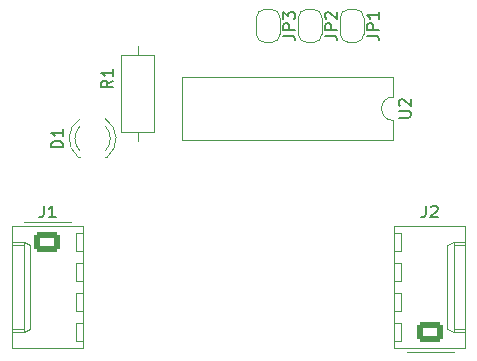
<source format=gto>
%TF.GenerationSoftware,KiCad,Pcbnew,7.0.7*%
%TF.CreationDate,2023-09-28T15:49:41-05:00*%
%TF.ProjectId,iowa-rover-kiosk-rfid,696f7761-2d72-46f7-9665-722d6b696f73,rev?*%
%TF.SameCoordinates,Original*%
%TF.FileFunction,Legend,Top*%
%TF.FilePolarity,Positive*%
%FSLAX46Y46*%
G04 Gerber Fmt 4.6, Leading zero omitted, Abs format (unit mm)*
G04 Created by KiCad (PCBNEW 7.0.7) date 2023-09-28 15:49:41*
%MOMM*%
%LPD*%
G01*
G04 APERTURE LIST*
G04 Aperture macros list*
%AMRoundRect*
0 Rectangle with rounded corners*
0 $1 Rounding radius*
0 $2 $3 $4 $5 $6 $7 $8 $9 X,Y pos of 4 corners*
0 Add a 4 corners polygon primitive as box body*
4,1,4,$2,$3,$4,$5,$6,$7,$8,$9,$2,$3,0*
0 Add four circle primitives for the rounded corners*
1,1,$1+$1,$2,$3*
1,1,$1+$1,$4,$5*
1,1,$1+$1,$6,$7*
1,1,$1+$1,$8,$9*
0 Add four rect primitives between the rounded corners*
20,1,$1+$1,$2,$3,$4,$5,0*
20,1,$1+$1,$4,$5,$6,$7,0*
20,1,$1+$1,$6,$7,$8,$9,0*
20,1,$1+$1,$8,$9,$2,$3,0*%
%AMFreePoly0*
4,1,19,0.500000,-0.750000,0.000000,-0.750000,0.000000,-0.744911,-0.071157,-0.744911,-0.207708,-0.704816,-0.327430,-0.627875,-0.420627,-0.520320,-0.479746,-0.390866,-0.500000,-0.250000,-0.500000,0.250000,-0.479746,0.390866,-0.420627,0.520320,-0.327430,0.627875,-0.207708,0.704816,-0.071157,0.744911,0.000000,0.744911,0.000000,0.750000,0.500000,0.750000,0.500000,-0.750000,0.500000,-0.750000,
$1*%
%AMFreePoly1*
4,1,19,0.000000,0.744911,0.071157,0.744911,0.207708,0.704816,0.327430,0.627875,0.420627,0.520320,0.479746,0.390866,0.500000,0.250000,0.500000,-0.250000,0.479746,-0.390866,0.420627,-0.520320,0.327430,-0.627875,0.207708,-0.704816,0.071157,-0.744911,0.000000,-0.744911,0.000000,-0.750000,-0.500000,-0.750000,-0.500000,0.750000,0.000000,0.750000,0.000000,0.744911,0.000000,0.744911,
$1*%
G04 Aperture macros list end*
%ADD10C,0.150000*%
%ADD11C,0.120000*%
%ADD12C,2.500000*%
%ADD13RoundRect,0.250000X-0.845000X0.620000X-0.845000X-0.620000X0.845000X-0.620000X0.845000X0.620000X0*%
%ADD14O,2.190000X1.740000*%
%ADD15C,1.524000*%
%ADD16FreePoly0,270.000000*%
%ADD17FreePoly1,270.000000*%
%ADD18C,1.600000*%
%ADD19O,1.600000X1.600000*%
%ADD20R,1.800000X1.800000*%
%ADD21C,1.800000*%
%ADD22RoundRect,0.250000X0.845000X-0.620000X0.845000X0.620000X-0.845000X0.620000X-0.845000X-0.620000X0*%
%ADD23R,1.600000X1.600000*%
G04 APERTURE END LIST*
D10*
X102536666Y-47579819D02*
X102536666Y-48294104D01*
X102536666Y-48294104D02*
X102489047Y-48436961D01*
X102489047Y-48436961D02*
X102393809Y-48532200D01*
X102393809Y-48532200D02*
X102250952Y-48579819D01*
X102250952Y-48579819D02*
X102155714Y-48579819D01*
X103536666Y-48579819D02*
X102965238Y-48579819D01*
X103250952Y-48579819D02*
X103250952Y-47579819D01*
X103250952Y-47579819D02*
X103155714Y-47722676D01*
X103155714Y-47722676D02*
X103060476Y-47817914D01*
X103060476Y-47817914D02*
X102965238Y-47865533D01*
X122799819Y-33203333D02*
X123514104Y-33203333D01*
X123514104Y-33203333D02*
X123656961Y-33250952D01*
X123656961Y-33250952D02*
X123752200Y-33346190D01*
X123752200Y-33346190D02*
X123799819Y-33489047D01*
X123799819Y-33489047D02*
X123799819Y-33584285D01*
X123799819Y-32727142D02*
X122799819Y-32727142D01*
X122799819Y-32727142D02*
X122799819Y-32346190D01*
X122799819Y-32346190D02*
X122847438Y-32250952D01*
X122847438Y-32250952D02*
X122895057Y-32203333D01*
X122895057Y-32203333D02*
X122990295Y-32155714D01*
X122990295Y-32155714D02*
X123133152Y-32155714D01*
X123133152Y-32155714D02*
X123228390Y-32203333D01*
X123228390Y-32203333D02*
X123276009Y-32250952D01*
X123276009Y-32250952D02*
X123323628Y-32346190D01*
X123323628Y-32346190D02*
X123323628Y-32727142D01*
X122799819Y-31822380D02*
X122799819Y-31203333D01*
X122799819Y-31203333D02*
X123180771Y-31536666D01*
X123180771Y-31536666D02*
X123180771Y-31393809D01*
X123180771Y-31393809D02*
X123228390Y-31298571D01*
X123228390Y-31298571D02*
X123276009Y-31250952D01*
X123276009Y-31250952D02*
X123371247Y-31203333D01*
X123371247Y-31203333D02*
X123609342Y-31203333D01*
X123609342Y-31203333D02*
X123704580Y-31250952D01*
X123704580Y-31250952D02*
X123752200Y-31298571D01*
X123752200Y-31298571D02*
X123799819Y-31393809D01*
X123799819Y-31393809D02*
X123799819Y-31679523D01*
X123799819Y-31679523D02*
X123752200Y-31774761D01*
X123752200Y-31774761D02*
X123704580Y-31822380D01*
X108404819Y-36996666D02*
X107928628Y-37329999D01*
X108404819Y-37568094D02*
X107404819Y-37568094D01*
X107404819Y-37568094D02*
X107404819Y-37187142D01*
X107404819Y-37187142D02*
X107452438Y-37091904D01*
X107452438Y-37091904D02*
X107500057Y-37044285D01*
X107500057Y-37044285D02*
X107595295Y-36996666D01*
X107595295Y-36996666D02*
X107738152Y-36996666D01*
X107738152Y-36996666D02*
X107833390Y-37044285D01*
X107833390Y-37044285D02*
X107881009Y-37091904D01*
X107881009Y-37091904D02*
X107928628Y-37187142D01*
X107928628Y-37187142D02*
X107928628Y-37568094D01*
X108404819Y-36044285D02*
X108404819Y-36615713D01*
X108404819Y-36329999D02*
X107404819Y-36329999D01*
X107404819Y-36329999D02*
X107547676Y-36425237D01*
X107547676Y-36425237D02*
X107642914Y-36520475D01*
X107642914Y-36520475D02*
X107690533Y-36615713D01*
X104174819Y-42648094D02*
X103174819Y-42648094D01*
X103174819Y-42648094D02*
X103174819Y-42409999D01*
X103174819Y-42409999D02*
X103222438Y-42267142D01*
X103222438Y-42267142D02*
X103317676Y-42171904D01*
X103317676Y-42171904D02*
X103412914Y-42124285D01*
X103412914Y-42124285D02*
X103603390Y-42076666D01*
X103603390Y-42076666D02*
X103746247Y-42076666D01*
X103746247Y-42076666D02*
X103936723Y-42124285D01*
X103936723Y-42124285D02*
X104031961Y-42171904D01*
X104031961Y-42171904D02*
X104127200Y-42267142D01*
X104127200Y-42267142D02*
X104174819Y-42409999D01*
X104174819Y-42409999D02*
X104174819Y-42648094D01*
X104174819Y-41124285D02*
X104174819Y-41695713D01*
X104174819Y-41409999D02*
X103174819Y-41409999D01*
X103174819Y-41409999D02*
X103317676Y-41505237D01*
X103317676Y-41505237D02*
X103412914Y-41600475D01*
X103412914Y-41600475D02*
X103460533Y-41695713D01*
X129899819Y-33203333D02*
X130614104Y-33203333D01*
X130614104Y-33203333D02*
X130756961Y-33250952D01*
X130756961Y-33250952D02*
X130852200Y-33346190D01*
X130852200Y-33346190D02*
X130899819Y-33489047D01*
X130899819Y-33489047D02*
X130899819Y-33584285D01*
X130899819Y-32727142D02*
X129899819Y-32727142D01*
X129899819Y-32727142D02*
X129899819Y-32346190D01*
X129899819Y-32346190D02*
X129947438Y-32250952D01*
X129947438Y-32250952D02*
X129995057Y-32203333D01*
X129995057Y-32203333D02*
X130090295Y-32155714D01*
X130090295Y-32155714D02*
X130233152Y-32155714D01*
X130233152Y-32155714D02*
X130328390Y-32203333D01*
X130328390Y-32203333D02*
X130376009Y-32250952D01*
X130376009Y-32250952D02*
X130423628Y-32346190D01*
X130423628Y-32346190D02*
X130423628Y-32727142D01*
X130899819Y-31203333D02*
X130899819Y-31774761D01*
X130899819Y-31489047D02*
X129899819Y-31489047D01*
X129899819Y-31489047D02*
X130042676Y-31584285D01*
X130042676Y-31584285D02*
X130137914Y-31679523D01*
X130137914Y-31679523D02*
X130185533Y-31774761D01*
X126349819Y-33203333D02*
X127064104Y-33203333D01*
X127064104Y-33203333D02*
X127206961Y-33250952D01*
X127206961Y-33250952D02*
X127302200Y-33346190D01*
X127302200Y-33346190D02*
X127349819Y-33489047D01*
X127349819Y-33489047D02*
X127349819Y-33584285D01*
X127349819Y-32727142D02*
X126349819Y-32727142D01*
X126349819Y-32727142D02*
X126349819Y-32346190D01*
X126349819Y-32346190D02*
X126397438Y-32250952D01*
X126397438Y-32250952D02*
X126445057Y-32203333D01*
X126445057Y-32203333D02*
X126540295Y-32155714D01*
X126540295Y-32155714D02*
X126683152Y-32155714D01*
X126683152Y-32155714D02*
X126778390Y-32203333D01*
X126778390Y-32203333D02*
X126826009Y-32250952D01*
X126826009Y-32250952D02*
X126873628Y-32346190D01*
X126873628Y-32346190D02*
X126873628Y-32727142D01*
X126445057Y-31774761D02*
X126397438Y-31727142D01*
X126397438Y-31727142D02*
X126349819Y-31631904D01*
X126349819Y-31631904D02*
X126349819Y-31393809D01*
X126349819Y-31393809D02*
X126397438Y-31298571D01*
X126397438Y-31298571D02*
X126445057Y-31250952D01*
X126445057Y-31250952D02*
X126540295Y-31203333D01*
X126540295Y-31203333D02*
X126635533Y-31203333D01*
X126635533Y-31203333D02*
X126778390Y-31250952D01*
X126778390Y-31250952D02*
X127349819Y-31822380D01*
X127349819Y-31822380D02*
X127349819Y-31203333D01*
X134901666Y-47579819D02*
X134901666Y-48294104D01*
X134901666Y-48294104D02*
X134854047Y-48436961D01*
X134854047Y-48436961D02*
X134758809Y-48532200D01*
X134758809Y-48532200D02*
X134615952Y-48579819D01*
X134615952Y-48579819D02*
X134520714Y-48579819D01*
X135330238Y-47675057D02*
X135377857Y-47627438D01*
X135377857Y-47627438D02*
X135473095Y-47579819D01*
X135473095Y-47579819D02*
X135711190Y-47579819D01*
X135711190Y-47579819D02*
X135806428Y-47627438D01*
X135806428Y-47627438D02*
X135854047Y-47675057D01*
X135854047Y-47675057D02*
X135901666Y-47770295D01*
X135901666Y-47770295D02*
X135901666Y-47865533D01*
X135901666Y-47865533D02*
X135854047Y-48008390D01*
X135854047Y-48008390D02*
X135282619Y-48579819D01*
X135282619Y-48579819D02*
X135901666Y-48579819D01*
X132599819Y-40141904D02*
X133409342Y-40141904D01*
X133409342Y-40141904D02*
X133504580Y-40094285D01*
X133504580Y-40094285D02*
X133552200Y-40046666D01*
X133552200Y-40046666D02*
X133599819Y-39951428D01*
X133599819Y-39951428D02*
X133599819Y-39760952D01*
X133599819Y-39760952D02*
X133552200Y-39665714D01*
X133552200Y-39665714D02*
X133504580Y-39618095D01*
X133504580Y-39618095D02*
X133409342Y-39570476D01*
X133409342Y-39570476D02*
X132599819Y-39570476D01*
X132695057Y-39141904D02*
X132647438Y-39094285D01*
X132647438Y-39094285D02*
X132599819Y-38999047D01*
X132599819Y-38999047D02*
X132599819Y-38760952D01*
X132599819Y-38760952D02*
X132647438Y-38665714D01*
X132647438Y-38665714D02*
X132695057Y-38618095D01*
X132695057Y-38618095D02*
X132790295Y-38570476D01*
X132790295Y-38570476D02*
X132885533Y-38570476D01*
X132885533Y-38570476D02*
X133028390Y-38618095D01*
X133028390Y-38618095D02*
X133599819Y-39189523D01*
X133599819Y-39189523D02*
X133599819Y-38570476D01*
D11*
%TO.C,J1*%
X104850000Y-48995000D02*
X100850000Y-48995000D01*
X105880000Y-49285000D02*
X99860000Y-49285000D01*
X99860000Y-49285000D02*
X99860000Y-59665000D01*
X105880000Y-49865000D02*
X105280000Y-49865000D01*
X105280000Y-49865000D02*
X105280000Y-51465000D01*
X100860000Y-50665000D02*
X101390000Y-50915000D01*
X100860000Y-50665000D02*
X100860000Y-58285000D01*
X99860000Y-50665000D02*
X100860000Y-50665000D01*
X101390000Y-50915000D02*
X101390000Y-58035000D01*
X99860000Y-50915000D02*
X100860000Y-50915000D01*
X105280000Y-51465000D02*
X105880000Y-51465000D01*
X105880000Y-52405000D02*
X105280000Y-52405000D01*
X105280000Y-52405000D02*
X105280000Y-54005000D01*
X105280000Y-54005000D02*
X105880000Y-54005000D01*
X105880000Y-54945000D02*
X105280000Y-54945000D01*
X105280000Y-54945000D02*
X105280000Y-56545000D01*
X105280000Y-56545000D02*
X105880000Y-56545000D01*
X105880000Y-57485000D02*
X105280000Y-57485000D01*
X105280000Y-57485000D02*
X105280000Y-59085000D01*
X101390000Y-58035000D02*
X100860000Y-58285000D01*
X99860000Y-58035000D02*
X100860000Y-58035000D01*
X100860000Y-58285000D02*
X99860000Y-58285000D01*
X105280000Y-59085000D02*
X105880000Y-59085000D01*
X105880000Y-59665000D02*
X105880000Y-49285000D01*
X99860000Y-59665000D02*
X105880000Y-59665000D01*
%TO.C,JP3*%
X121245000Y-30970000D02*
X121845000Y-30970000D01*
X122545000Y-31670000D02*
X122545000Y-33070000D01*
X120545000Y-33070000D02*
X120545000Y-31670000D01*
X121845000Y-33770000D02*
X121245000Y-33770000D01*
X122545000Y-31670000D02*
G75*
G03*
X121845000Y-30970000I-699999J1D01*
G01*
X121245000Y-30970000D02*
G75*
G03*
X120545000Y-31670000I-1J-699999D01*
G01*
X121845000Y-33770000D02*
G75*
G03*
X122545000Y-33070000I0J700000D01*
G01*
X120545000Y-33070000D02*
G75*
G03*
X121245000Y-33770000I700000J0D01*
G01*
%TO.C,R1*%
X110490000Y-34060000D02*
X110490000Y-34830000D01*
X111860000Y-34830000D02*
X109120000Y-34830000D01*
X109120000Y-34830000D02*
X109120000Y-41370000D01*
X111860000Y-41370000D02*
X111860000Y-34830000D01*
X109120000Y-41370000D02*
X111860000Y-41370000D01*
X110490000Y-42140000D02*
X110490000Y-41370000D01*
%TO.C,D1*%
X105444000Y-43470000D02*
X105600000Y-43470000D01*
X107760000Y-43470000D02*
X107916000Y-43470000D01*
X105601392Y-40237666D02*
G75*
G03*
X105444485Y-43469999I1078608J-1672334D01*
G01*
X105600164Y-40868871D02*
G75*
G03*
X105600001Y-42950960I1079836J-1041129D01*
G01*
X107759999Y-42950960D02*
G75*
G03*
X107759836Y-40868871I-1079999J1040960D01*
G01*
X107915515Y-43469999D02*
G75*
G03*
X107758608Y-40237666I-1235515J1559999D01*
G01*
%TO.C,JP1*%
X128345000Y-30970000D02*
X128945000Y-30970000D01*
X129645000Y-31670000D02*
X129645000Y-33070000D01*
X127645000Y-33070000D02*
X127645000Y-31670000D01*
X128945000Y-33770000D02*
X128345000Y-33770000D01*
X129645000Y-31670000D02*
G75*
G03*
X128945000Y-30970000I-699999J1D01*
G01*
X128345000Y-30970000D02*
G75*
G03*
X127645000Y-31670000I-1J-699999D01*
G01*
X128945000Y-33770000D02*
G75*
G03*
X129645000Y-33070000I0J700000D01*
G01*
X127645000Y-33070000D02*
G75*
G03*
X128345000Y-33770000I700000J0D01*
G01*
%TO.C,JP2*%
X124795000Y-30970000D02*
X125395000Y-30970000D01*
X126095000Y-31670000D02*
X126095000Y-33070000D01*
X124095000Y-33070000D02*
X124095000Y-31670000D01*
X125395000Y-33770000D02*
X124795000Y-33770000D01*
X126095000Y-31670000D02*
G75*
G03*
X125395000Y-30970000I-699999J1D01*
G01*
X124795000Y-30970000D02*
G75*
G03*
X124095000Y-31670000I-1J-699999D01*
G01*
X125395000Y-33770000D02*
G75*
G03*
X126095000Y-33070000I0J700000D01*
G01*
X124095000Y-33070000D02*
G75*
G03*
X124795000Y-33770000I700000J0D01*
G01*
%TO.C,J2*%
X133255000Y-59955000D02*
X137255000Y-59955000D01*
X132225000Y-59665000D02*
X138245000Y-59665000D01*
X138245000Y-59665000D02*
X138245000Y-49285000D01*
X132225000Y-59085000D02*
X132825000Y-59085000D01*
X132825000Y-59085000D02*
X132825000Y-57485000D01*
X137245000Y-58285000D02*
X136715000Y-58035000D01*
X137245000Y-58285000D02*
X137245000Y-50665000D01*
X138245000Y-58285000D02*
X137245000Y-58285000D01*
X136715000Y-58035000D02*
X136715000Y-50915000D01*
X138245000Y-58035000D02*
X137245000Y-58035000D01*
X132825000Y-57485000D02*
X132225000Y-57485000D01*
X132225000Y-56545000D02*
X132825000Y-56545000D01*
X132825000Y-56545000D02*
X132825000Y-54945000D01*
X132825000Y-54945000D02*
X132225000Y-54945000D01*
X132225000Y-54005000D02*
X132825000Y-54005000D01*
X132825000Y-54005000D02*
X132825000Y-52405000D01*
X132825000Y-52405000D02*
X132225000Y-52405000D01*
X132225000Y-51465000D02*
X132825000Y-51465000D01*
X132825000Y-51465000D02*
X132825000Y-49865000D01*
X136715000Y-50915000D02*
X137245000Y-50665000D01*
X138245000Y-50915000D02*
X137245000Y-50915000D01*
X137245000Y-50665000D02*
X138245000Y-50665000D01*
X132825000Y-49865000D02*
X132225000Y-49865000D01*
X132225000Y-49285000D02*
X132225000Y-59665000D01*
X138245000Y-49285000D02*
X132225000Y-49285000D01*
%TO.C,U2*%
X132145000Y-36730000D02*
X114245000Y-36730000D01*
X114245000Y-36730000D02*
X114245000Y-42030000D01*
X132145000Y-38380000D02*
X132145000Y-36730000D01*
X132145000Y-42030000D02*
X132145000Y-40380000D01*
X114245000Y-42030000D02*
X132145000Y-42030000D01*
X132145000Y-38380000D02*
G75*
G03*
X132145000Y-40380000I0J-1000000D01*
G01*
%TD*%
%LPC*%
D12*
%TO.C,REF\u002A\u002A*%
X135255000Y-72390000D03*
%TD*%
%TO.C,REF\u002A\u002A*%
X102870000Y-72390000D03*
%TD*%
%TO.C,REF\u002A\u002A*%
X102870000Y-31750000D03*
%TD*%
%TO.C,REF\u002A\u002A*%
X135255000Y-31750000D03*
%TD*%
D13*
%TO.C,J1*%
X102850000Y-50665000D03*
D14*
X102850000Y-53205000D03*
X102850000Y-55745000D03*
X102850000Y-58285000D03*
%TD*%
D15*
%TO.C,U1*%
X111465000Y-55665000D03*
X111465000Y-57665000D03*
X111465000Y-59665000D03*
X111465000Y-61665000D03*
X111465000Y-63665000D03*
X126465000Y-63665000D03*
X126465000Y-61665000D03*
X126465000Y-59665000D03*
X126465000Y-57665000D03*
X126465000Y-55665000D03*
X126465000Y-51665000D03*
%TD*%
D16*
%TO.C,JP3*%
X121545000Y-31720000D03*
D17*
X121545000Y-33020000D03*
%TD*%
D18*
%TO.C,R1*%
X110490000Y-33020000D03*
D19*
X110490000Y-43180000D03*
%TD*%
D20*
%TO.C,D1*%
X106680000Y-43180000D03*
D21*
X106680000Y-40640000D03*
%TD*%
D16*
%TO.C,JP1*%
X128645000Y-31720000D03*
D17*
X128645000Y-33020000D03*
%TD*%
D16*
%TO.C,JP2*%
X125095000Y-31720000D03*
D17*
X125095000Y-33020000D03*
%TD*%
D22*
%TO.C,J2*%
X135255000Y-58285000D03*
D14*
X135255000Y-55745000D03*
X135255000Y-53205000D03*
X135255000Y-50665000D03*
%TD*%
D23*
%TO.C,U2*%
X130815000Y-35570000D03*
D19*
X128275000Y-35570000D03*
X125735000Y-35570000D03*
X123195000Y-35570000D03*
X120655000Y-35570000D03*
X118115000Y-35570000D03*
X115575000Y-35570000D03*
X115575000Y-43190000D03*
X118115000Y-43190000D03*
X120655000Y-43190000D03*
X123195000Y-43190000D03*
X125735000Y-43190000D03*
X128275000Y-43190000D03*
X130815000Y-43190000D03*
%TD*%
%LPD*%
M02*

</source>
